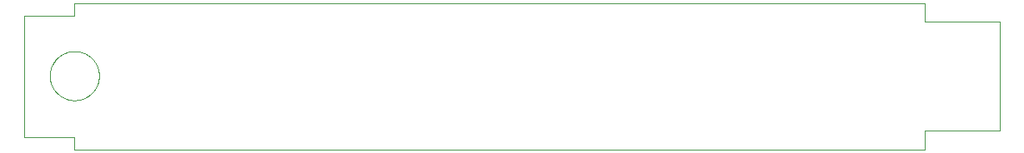
<source format=gbr>
G04 EAGLE Gerber RS-274X export*
G75*
%MOMM*%
%FSLAX34Y34*%
%LPD*%
%IN*%
%IPPOS*%
%AMOC8*
5,1,8,0,0,1.08239X$1,22.5*%
G01*
%ADD10C,0.000000*%


D10*
X0Y12700D02*
X50800Y12700D01*
X50800Y0D01*
X914400Y0D01*
X914400Y19050D01*
X990400Y19050D01*
X990400Y130050D01*
X914400Y130050D01*
X914400Y148590D01*
X50800Y148590D01*
X50800Y136400D01*
X0Y136400D01*
X0Y12700D01*
X25800Y74930D02*
X25808Y75544D01*
X25830Y76157D01*
X25868Y76769D01*
X25920Y77380D01*
X25988Y77990D01*
X26071Y78598D01*
X26168Y79204D01*
X26280Y79807D01*
X26407Y80408D01*
X26549Y81005D01*
X26706Y81598D01*
X26876Y82187D01*
X27062Y82772D01*
X27261Y83352D01*
X27475Y83927D01*
X27703Y84497D01*
X27945Y85061D01*
X28200Y85619D01*
X28469Y86170D01*
X28752Y86715D01*
X29048Y87252D01*
X29357Y87783D01*
X29679Y88305D01*
X30013Y88819D01*
X30360Y89325D01*
X30720Y89822D01*
X31091Y90311D01*
X31475Y90790D01*
X31870Y91259D01*
X32276Y91719D01*
X32694Y92169D01*
X33122Y92608D01*
X33561Y93036D01*
X34011Y93454D01*
X34471Y93860D01*
X34940Y94255D01*
X35419Y94639D01*
X35908Y95010D01*
X36405Y95370D01*
X36911Y95717D01*
X37425Y96051D01*
X37947Y96373D01*
X38478Y96682D01*
X39015Y96978D01*
X39560Y97261D01*
X40111Y97530D01*
X40669Y97785D01*
X41233Y98027D01*
X41803Y98255D01*
X42378Y98469D01*
X42958Y98668D01*
X43543Y98854D01*
X44132Y99024D01*
X44725Y99181D01*
X45322Y99323D01*
X45923Y99450D01*
X46526Y99562D01*
X47132Y99659D01*
X47740Y99742D01*
X48350Y99810D01*
X48961Y99862D01*
X49573Y99900D01*
X50186Y99922D01*
X50800Y99930D01*
X51414Y99922D01*
X52027Y99900D01*
X52639Y99862D01*
X53250Y99810D01*
X53860Y99742D01*
X54468Y99659D01*
X55074Y99562D01*
X55677Y99450D01*
X56278Y99323D01*
X56875Y99181D01*
X57468Y99024D01*
X58057Y98854D01*
X58642Y98668D01*
X59222Y98469D01*
X59797Y98255D01*
X60367Y98027D01*
X60931Y97785D01*
X61489Y97530D01*
X62040Y97261D01*
X62585Y96978D01*
X63122Y96682D01*
X63653Y96373D01*
X64175Y96051D01*
X64689Y95717D01*
X65195Y95370D01*
X65692Y95010D01*
X66181Y94639D01*
X66660Y94255D01*
X67129Y93860D01*
X67589Y93454D01*
X68039Y93036D01*
X68478Y92608D01*
X68906Y92169D01*
X69324Y91719D01*
X69730Y91259D01*
X70125Y90790D01*
X70509Y90311D01*
X70880Y89822D01*
X71240Y89325D01*
X71587Y88819D01*
X71921Y88305D01*
X72243Y87783D01*
X72552Y87252D01*
X72848Y86715D01*
X73131Y86170D01*
X73400Y85619D01*
X73655Y85061D01*
X73897Y84497D01*
X74125Y83927D01*
X74339Y83352D01*
X74538Y82772D01*
X74724Y82187D01*
X74894Y81598D01*
X75051Y81005D01*
X75193Y80408D01*
X75320Y79807D01*
X75432Y79204D01*
X75529Y78598D01*
X75612Y77990D01*
X75680Y77380D01*
X75732Y76769D01*
X75770Y76157D01*
X75792Y75544D01*
X75800Y74930D01*
X75792Y74316D01*
X75770Y73703D01*
X75732Y73091D01*
X75680Y72480D01*
X75612Y71870D01*
X75529Y71262D01*
X75432Y70656D01*
X75320Y70053D01*
X75193Y69452D01*
X75051Y68855D01*
X74894Y68262D01*
X74724Y67673D01*
X74538Y67088D01*
X74339Y66508D01*
X74125Y65933D01*
X73897Y65363D01*
X73655Y64799D01*
X73400Y64241D01*
X73131Y63690D01*
X72848Y63145D01*
X72552Y62608D01*
X72243Y62077D01*
X71921Y61555D01*
X71587Y61041D01*
X71240Y60535D01*
X70880Y60038D01*
X70509Y59549D01*
X70125Y59070D01*
X69730Y58601D01*
X69324Y58141D01*
X68906Y57691D01*
X68478Y57252D01*
X68039Y56824D01*
X67589Y56406D01*
X67129Y56000D01*
X66660Y55605D01*
X66181Y55221D01*
X65692Y54850D01*
X65195Y54490D01*
X64689Y54143D01*
X64175Y53809D01*
X63653Y53487D01*
X63122Y53178D01*
X62585Y52882D01*
X62040Y52599D01*
X61489Y52330D01*
X60931Y52075D01*
X60367Y51833D01*
X59797Y51605D01*
X59222Y51391D01*
X58642Y51192D01*
X58057Y51006D01*
X57468Y50836D01*
X56875Y50679D01*
X56278Y50537D01*
X55677Y50410D01*
X55074Y50298D01*
X54468Y50201D01*
X53860Y50118D01*
X53250Y50050D01*
X52639Y49998D01*
X52027Y49960D01*
X51414Y49938D01*
X50800Y49930D01*
X50186Y49938D01*
X49573Y49960D01*
X48961Y49998D01*
X48350Y50050D01*
X47740Y50118D01*
X47132Y50201D01*
X46526Y50298D01*
X45923Y50410D01*
X45322Y50537D01*
X44725Y50679D01*
X44132Y50836D01*
X43543Y51006D01*
X42958Y51192D01*
X42378Y51391D01*
X41803Y51605D01*
X41233Y51833D01*
X40669Y52075D01*
X40111Y52330D01*
X39560Y52599D01*
X39015Y52882D01*
X38478Y53178D01*
X37947Y53487D01*
X37425Y53809D01*
X36911Y54143D01*
X36405Y54490D01*
X35908Y54850D01*
X35419Y55221D01*
X34940Y55605D01*
X34471Y56000D01*
X34011Y56406D01*
X33561Y56824D01*
X33122Y57252D01*
X32694Y57691D01*
X32276Y58141D01*
X31870Y58601D01*
X31475Y59070D01*
X31091Y59549D01*
X30720Y60038D01*
X30360Y60535D01*
X30013Y61041D01*
X29679Y61555D01*
X29357Y62077D01*
X29048Y62608D01*
X28752Y63145D01*
X28469Y63690D01*
X28200Y64241D01*
X27945Y64799D01*
X27703Y65363D01*
X27475Y65933D01*
X27261Y66508D01*
X27062Y67088D01*
X26876Y67673D01*
X26706Y68262D01*
X26549Y68855D01*
X26407Y69452D01*
X26280Y70053D01*
X26168Y70656D01*
X26071Y71262D01*
X25988Y71870D01*
X25920Y72480D01*
X25868Y73091D01*
X25830Y73703D01*
X25808Y74316D01*
X25800Y74930D01*
M02*

</source>
